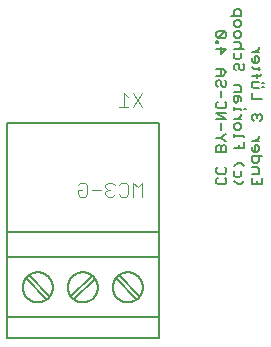
<source format=gbo>
G75*
%MOIN*%
%OFA0B0*%
%FSLAX25Y25*%
%IPPOS*%
%LPD*%
%AMOC8*
5,1,8,0,0,1.08239X$1,22.5*
%
%ADD10C,0.00600*%
%ADD11C,0.00500*%
%ADD12C,0.00400*%
D10*
X0174139Y0052971D02*
X0174139Y0054084D01*
X0174695Y0054641D01*
X0174695Y0056039D02*
X0174139Y0056596D01*
X0174139Y0057709D01*
X0174695Y0058266D01*
X0174695Y0056039D02*
X0176922Y0056039D01*
X0177478Y0056596D01*
X0177478Y0057709D01*
X0176922Y0058266D01*
X0180044Y0058456D02*
X0181157Y0059569D01*
X0182271Y0059569D01*
X0183384Y0058456D01*
X0182271Y0057058D02*
X0182271Y0055388D01*
X0181714Y0054831D01*
X0180601Y0054831D01*
X0180044Y0055388D01*
X0180044Y0057058D01*
X0180044Y0053528D02*
X0181157Y0052414D01*
X0182271Y0052414D01*
X0183384Y0053528D01*
X0185950Y0054641D02*
X0185950Y0052414D01*
X0189289Y0052414D01*
X0189289Y0054641D01*
X0188176Y0056039D02*
X0188176Y0057709D01*
X0187620Y0058266D01*
X0185950Y0058266D01*
X0186506Y0059665D02*
X0185950Y0060221D01*
X0185950Y0061891D01*
X0189289Y0061891D01*
X0188176Y0061891D02*
X0188176Y0060221D01*
X0187620Y0059665D01*
X0186506Y0059665D01*
X0186506Y0063290D02*
X0185950Y0063846D01*
X0185950Y0064960D01*
X0187063Y0065516D02*
X0187063Y0063290D01*
X0187620Y0063290D02*
X0188176Y0063846D01*
X0188176Y0064960D01*
X0187620Y0065516D01*
X0187063Y0065516D01*
X0187063Y0066915D02*
X0188176Y0068028D01*
X0188176Y0068585D01*
X0188176Y0066915D02*
X0185950Y0066915D01*
X0183384Y0066725D02*
X0183384Y0064498D01*
X0180044Y0064498D01*
X0181714Y0064498D02*
X0181714Y0065611D01*
X0180044Y0068123D02*
X0180044Y0069236D01*
X0180044Y0068680D02*
X0183384Y0068680D01*
X0183384Y0068123D01*
X0181714Y0070540D02*
X0180601Y0070540D01*
X0180044Y0071097D01*
X0180044Y0072210D01*
X0180601Y0072766D01*
X0181714Y0072766D01*
X0182271Y0072210D01*
X0182271Y0071097D01*
X0181714Y0070540D01*
X0182271Y0074165D02*
X0180044Y0074165D01*
X0181157Y0074165D02*
X0182271Y0075278D01*
X0182271Y0075835D01*
X0182271Y0077186D02*
X0182271Y0077743D01*
X0180044Y0077743D01*
X0180044Y0078299D02*
X0180044Y0077186D01*
X0180601Y0079603D02*
X0181157Y0080159D01*
X0181157Y0081829D01*
X0181714Y0081829D02*
X0180044Y0081829D01*
X0180044Y0080159D01*
X0180601Y0079603D01*
X0182271Y0080159D02*
X0182271Y0081273D01*
X0181714Y0081829D01*
X0182271Y0083228D02*
X0182271Y0084898D01*
X0181714Y0085454D01*
X0180044Y0085454D01*
X0180044Y0083228D02*
X0182271Y0083228D01*
X0185950Y0083038D02*
X0185950Y0080811D01*
X0189289Y0080811D01*
X0188176Y0084436D02*
X0186506Y0084436D01*
X0185950Y0084993D01*
X0185950Y0086663D01*
X0188176Y0086663D01*
X0189289Y0086106D02*
X0189846Y0086106D01*
X0189846Y0084993D02*
X0189289Y0084993D01*
X0187620Y0088061D02*
X0187620Y0089175D01*
X0188733Y0088618D02*
X0185950Y0088618D01*
X0186506Y0091035D02*
X0185950Y0091591D01*
X0186506Y0091035D02*
X0188733Y0091035D01*
X0188176Y0090478D02*
X0188176Y0091591D01*
X0187620Y0092895D02*
X0188176Y0093452D01*
X0188176Y0094565D01*
X0187620Y0095121D01*
X0187063Y0095121D01*
X0187063Y0092895D01*
X0186506Y0092895D02*
X0187620Y0092895D01*
X0186506Y0092895D02*
X0185950Y0093452D01*
X0185950Y0094565D01*
X0185950Y0096520D02*
X0188176Y0096520D01*
X0187063Y0096520D02*
X0188176Y0097633D01*
X0188176Y0098190D01*
X0183384Y0097728D02*
X0180044Y0097728D01*
X0180044Y0096330D02*
X0180044Y0094660D01*
X0180601Y0094103D01*
X0181714Y0094103D01*
X0182271Y0094660D01*
X0182271Y0096330D01*
X0181714Y0097728D02*
X0182271Y0098285D01*
X0182271Y0099398D01*
X0181714Y0099955D01*
X0180044Y0099955D01*
X0180601Y0101354D02*
X0180044Y0101910D01*
X0180044Y0103023D01*
X0180601Y0103580D01*
X0181714Y0103580D01*
X0182271Y0103023D01*
X0182271Y0101910D01*
X0181714Y0101354D01*
X0180601Y0101354D01*
X0177478Y0101910D02*
X0177478Y0103023D01*
X0176922Y0103580D01*
X0174695Y0101354D01*
X0174139Y0101910D01*
X0174139Y0103023D01*
X0174695Y0103580D01*
X0176922Y0103580D01*
X0177478Y0101910D02*
X0176922Y0101354D01*
X0174695Y0101354D01*
X0174695Y0100098D02*
X0174139Y0100098D01*
X0174139Y0099541D01*
X0174695Y0099541D01*
X0174695Y0100098D01*
X0175809Y0098142D02*
X0175809Y0095916D01*
X0177478Y0097586D01*
X0174139Y0097586D01*
X0180044Y0092148D02*
X0180044Y0091035D01*
X0180601Y0090478D01*
X0181714Y0091035D02*
X0181714Y0092148D01*
X0181157Y0092705D01*
X0180601Y0092705D01*
X0180044Y0092148D01*
X0181714Y0091035D02*
X0182271Y0090478D01*
X0182827Y0090478D01*
X0183384Y0091035D01*
X0183384Y0092148D01*
X0182827Y0092705D01*
X0177478Y0089779D02*
X0176365Y0090892D01*
X0174139Y0090892D01*
X0175809Y0090892D02*
X0175809Y0088666D01*
X0176365Y0088666D02*
X0177478Y0089779D01*
X0176365Y0088666D02*
X0174139Y0088666D01*
X0174695Y0087267D02*
X0174139Y0086710D01*
X0174139Y0085597D01*
X0174695Y0085040D01*
X0175809Y0085597D02*
X0175809Y0086710D01*
X0175252Y0087267D01*
X0174695Y0087267D01*
X0175809Y0085597D02*
X0176365Y0085040D01*
X0176922Y0085040D01*
X0177478Y0085597D01*
X0177478Y0086710D01*
X0176922Y0087267D01*
X0175809Y0083642D02*
X0175809Y0081415D01*
X0176922Y0080017D02*
X0177478Y0079460D01*
X0177478Y0078347D01*
X0176922Y0077790D01*
X0174695Y0077790D01*
X0174139Y0078347D01*
X0174139Y0079460D01*
X0174695Y0080017D01*
X0174139Y0076392D02*
X0177478Y0076392D01*
X0177478Y0074165D02*
X0174139Y0076392D01*
X0174139Y0074165D02*
X0177478Y0074165D01*
X0175809Y0072766D02*
X0175809Y0070540D01*
X0176922Y0069141D02*
X0177478Y0069141D01*
X0176922Y0069141D02*
X0175809Y0068028D01*
X0174139Y0068028D01*
X0175809Y0068028D02*
X0176922Y0066915D01*
X0177478Y0066915D01*
X0176922Y0065516D02*
X0176365Y0065516D01*
X0175809Y0064960D01*
X0175809Y0063290D01*
X0177478Y0063290D02*
X0177478Y0064960D01*
X0176922Y0065516D01*
X0175809Y0064960D02*
X0175252Y0065516D01*
X0174695Y0065516D01*
X0174139Y0064960D01*
X0174139Y0063290D01*
X0177478Y0063290D01*
X0185950Y0056039D02*
X0188176Y0056039D01*
X0187620Y0053528D02*
X0187620Y0052414D01*
X0177478Y0052971D02*
X0176922Y0052414D01*
X0174695Y0052414D01*
X0174139Y0052971D01*
X0176922Y0054641D02*
X0177478Y0054084D01*
X0177478Y0052971D01*
X0186506Y0063290D02*
X0187620Y0063290D01*
X0188733Y0073561D02*
X0189289Y0074118D01*
X0189289Y0075231D01*
X0188733Y0075787D01*
X0188176Y0075787D01*
X0187620Y0075231D01*
X0187063Y0075787D01*
X0186506Y0075787D01*
X0185950Y0075231D01*
X0185950Y0074118D01*
X0186506Y0073561D01*
X0187620Y0074674D02*
X0187620Y0075231D01*
X0183941Y0077743D02*
X0183384Y0077743D01*
X0188733Y0088618D02*
X0189289Y0089175D01*
X0181714Y0104979D02*
X0180601Y0104979D01*
X0180044Y0105535D01*
X0180044Y0106649D01*
X0180601Y0107205D01*
X0181714Y0107205D01*
X0182271Y0106649D01*
X0182271Y0105535D01*
X0181714Y0104979D01*
X0182271Y0108604D02*
X0178931Y0108604D01*
X0180044Y0108604D02*
X0180044Y0110274D01*
X0180601Y0110830D01*
X0181714Y0110830D01*
X0182271Y0110274D01*
X0182271Y0108604D01*
D11*
X0104390Y0008124D02*
X0104390Y0001250D01*
X0154822Y0001250D01*
X0154822Y0008124D01*
X0104390Y0008124D01*
X0104390Y0028209D01*
X0154822Y0028209D01*
X0154822Y0008124D01*
X0148487Y0015179D02*
X0141687Y0022179D01*
X0140587Y0021179D02*
X0147387Y0014179D01*
X0139587Y0018179D02*
X0139589Y0018320D01*
X0139595Y0018461D01*
X0139605Y0018601D01*
X0139619Y0018741D01*
X0139637Y0018881D01*
X0139658Y0019020D01*
X0139684Y0019159D01*
X0139713Y0019297D01*
X0139747Y0019433D01*
X0139784Y0019569D01*
X0139825Y0019704D01*
X0139870Y0019838D01*
X0139919Y0019970D01*
X0139971Y0020101D01*
X0140027Y0020230D01*
X0140087Y0020357D01*
X0140150Y0020483D01*
X0140216Y0020607D01*
X0140287Y0020730D01*
X0140360Y0020850D01*
X0140437Y0020968D01*
X0140517Y0021084D01*
X0140601Y0021197D01*
X0140687Y0021308D01*
X0140777Y0021417D01*
X0140870Y0021523D01*
X0140965Y0021626D01*
X0141064Y0021727D01*
X0141165Y0021825D01*
X0141269Y0021920D01*
X0141376Y0022012D01*
X0141485Y0022101D01*
X0141597Y0022186D01*
X0141711Y0022269D01*
X0141827Y0022349D01*
X0141946Y0022425D01*
X0142067Y0022497D01*
X0142189Y0022567D01*
X0142314Y0022632D01*
X0142440Y0022695D01*
X0142568Y0022753D01*
X0142698Y0022808D01*
X0142829Y0022860D01*
X0142962Y0022907D01*
X0143096Y0022951D01*
X0143231Y0022992D01*
X0143367Y0023028D01*
X0143504Y0023060D01*
X0143642Y0023089D01*
X0143780Y0023114D01*
X0143920Y0023134D01*
X0144060Y0023151D01*
X0144200Y0023164D01*
X0144341Y0023173D01*
X0144481Y0023178D01*
X0144622Y0023179D01*
X0144763Y0023176D01*
X0144904Y0023169D01*
X0145044Y0023158D01*
X0145184Y0023143D01*
X0145324Y0023124D01*
X0145463Y0023102D01*
X0145601Y0023075D01*
X0145739Y0023045D01*
X0145875Y0023010D01*
X0146011Y0022972D01*
X0146145Y0022930D01*
X0146279Y0022884D01*
X0146411Y0022835D01*
X0146541Y0022781D01*
X0146670Y0022724D01*
X0146797Y0022664D01*
X0146923Y0022600D01*
X0147046Y0022532D01*
X0147168Y0022461D01*
X0147288Y0022387D01*
X0147405Y0022309D01*
X0147520Y0022228D01*
X0147633Y0022144D01*
X0147744Y0022057D01*
X0147852Y0021966D01*
X0147957Y0021873D01*
X0148060Y0021776D01*
X0148160Y0021677D01*
X0148257Y0021575D01*
X0148351Y0021470D01*
X0148442Y0021363D01*
X0148530Y0021253D01*
X0148615Y0021141D01*
X0148697Y0021026D01*
X0148776Y0020909D01*
X0148851Y0020790D01*
X0148923Y0020669D01*
X0148991Y0020546D01*
X0149056Y0020421D01*
X0149118Y0020294D01*
X0149175Y0020165D01*
X0149230Y0020035D01*
X0149280Y0019904D01*
X0149327Y0019771D01*
X0149370Y0019637D01*
X0149409Y0019501D01*
X0149444Y0019365D01*
X0149476Y0019228D01*
X0149503Y0019090D01*
X0149527Y0018951D01*
X0149547Y0018811D01*
X0149563Y0018671D01*
X0149575Y0018531D01*
X0149583Y0018390D01*
X0149587Y0018249D01*
X0149587Y0018109D01*
X0149583Y0017968D01*
X0149575Y0017827D01*
X0149563Y0017687D01*
X0149547Y0017547D01*
X0149527Y0017407D01*
X0149503Y0017268D01*
X0149476Y0017130D01*
X0149444Y0016993D01*
X0149409Y0016857D01*
X0149370Y0016721D01*
X0149327Y0016587D01*
X0149280Y0016454D01*
X0149230Y0016323D01*
X0149175Y0016193D01*
X0149118Y0016064D01*
X0149056Y0015937D01*
X0148991Y0015812D01*
X0148923Y0015689D01*
X0148851Y0015568D01*
X0148776Y0015449D01*
X0148697Y0015332D01*
X0148615Y0015217D01*
X0148530Y0015105D01*
X0148442Y0014995D01*
X0148351Y0014888D01*
X0148257Y0014783D01*
X0148160Y0014681D01*
X0148060Y0014582D01*
X0147957Y0014485D01*
X0147852Y0014392D01*
X0147744Y0014301D01*
X0147633Y0014214D01*
X0147520Y0014130D01*
X0147405Y0014049D01*
X0147288Y0013971D01*
X0147168Y0013897D01*
X0147046Y0013826D01*
X0146923Y0013758D01*
X0146797Y0013694D01*
X0146670Y0013634D01*
X0146541Y0013577D01*
X0146411Y0013523D01*
X0146279Y0013474D01*
X0146145Y0013428D01*
X0146011Y0013386D01*
X0145875Y0013348D01*
X0145739Y0013313D01*
X0145601Y0013283D01*
X0145463Y0013256D01*
X0145324Y0013234D01*
X0145184Y0013215D01*
X0145044Y0013200D01*
X0144904Y0013189D01*
X0144763Y0013182D01*
X0144622Y0013179D01*
X0144481Y0013180D01*
X0144341Y0013185D01*
X0144200Y0013194D01*
X0144060Y0013207D01*
X0143920Y0013224D01*
X0143780Y0013244D01*
X0143642Y0013269D01*
X0143504Y0013298D01*
X0143367Y0013330D01*
X0143231Y0013366D01*
X0143096Y0013407D01*
X0142962Y0013451D01*
X0142829Y0013498D01*
X0142698Y0013550D01*
X0142568Y0013605D01*
X0142440Y0013663D01*
X0142314Y0013726D01*
X0142189Y0013791D01*
X0142067Y0013861D01*
X0141946Y0013933D01*
X0141827Y0014009D01*
X0141711Y0014089D01*
X0141597Y0014172D01*
X0141485Y0014257D01*
X0141376Y0014346D01*
X0141269Y0014438D01*
X0141165Y0014533D01*
X0141064Y0014631D01*
X0140965Y0014732D01*
X0140870Y0014835D01*
X0140777Y0014941D01*
X0140687Y0015050D01*
X0140601Y0015161D01*
X0140517Y0015274D01*
X0140437Y0015390D01*
X0140360Y0015508D01*
X0140287Y0015628D01*
X0140216Y0015751D01*
X0140150Y0015875D01*
X0140087Y0016001D01*
X0140027Y0016128D01*
X0139971Y0016257D01*
X0139919Y0016388D01*
X0139870Y0016520D01*
X0139825Y0016654D01*
X0139784Y0016789D01*
X0139747Y0016925D01*
X0139713Y0017061D01*
X0139684Y0017199D01*
X0139658Y0017338D01*
X0139637Y0017477D01*
X0139619Y0017617D01*
X0139605Y0017757D01*
X0139595Y0017897D01*
X0139589Y0018038D01*
X0139587Y0018179D01*
X0133787Y0020979D02*
X0126587Y0014279D01*
X0125587Y0015379D02*
X0132687Y0021879D01*
X0124587Y0018179D02*
X0124589Y0018320D01*
X0124595Y0018461D01*
X0124605Y0018601D01*
X0124619Y0018741D01*
X0124637Y0018881D01*
X0124658Y0019020D01*
X0124684Y0019159D01*
X0124713Y0019297D01*
X0124747Y0019433D01*
X0124784Y0019569D01*
X0124825Y0019704D01*
X0124870Y0019838D01*
X0124919Y0019970D01*
X0124971Y0020101D01*
X0125027Y0020230D01*
X0125087Y0020357D01*
X0125150Y0020483D01*
X0125216Y0020607D01*
X0125287Y0020730D01*
X0125360Y0020850D01*
X0125437Y0020968D01*
X0125517Y0021084D01*
X0125601Y0021197D01*
X0125687Y0021308D01*
X0125777Y0021417D01*
X0125870Y0021523D01*
X0125965Y0021626D01*
X0126064Y0021727D01*
X0126165Y0021825D01*
X0126269Y0021920D01*
X0126376Y0022012D01*
X0126485Y0022101D01*
X0126597Y0022186D01*
X0126711Y0022269D01*
X0126827Y0022349D01*
X0126946Y0022425D01*
X0127067Y0022497D01*
X0127189Y0022567D01*
X0127314Y0022632D01*
X0127440Y0022695D01*
X0127568Y0022753D01*
X0127698Y0022808D01*
X0127829Y0022860D01*
X0127962Y0022907D01*
X0128096Y0022951D01*
X0128231Y0022992D01*
X0128367Y0023028D01*
X0128504Y0023060D01*
X0128642Y0023089D01*
X0128780Y0023114D01*
X0128920Y0023134D01*
X0129060Y0023151D01*
X0129200Y0023164D01*
X0129341Y0023173D01*
X0129481Y0023178D01*
X0129622Y0023179D01*
X0129763Y0023176D01*
X0129904Y0023169D01*
X0130044Y0023158D01*
X0130184Y0023143D01*
X0130324Y0023124D01*
X0130463Y0023102D01*
X0130601Y0023075D01*
X0130739Y0023045D01*
X0130875Y0023010D01*
X0131011Y0022972D01*
X0131145Y0022930D01*
X0131279Y0022884D01*
X0131411Y0022835D01*
X0131541Y0022781D01*
X0131670Y0022724D01*
X0131797Y0022664D01*
X0131923Y0022600D01*
X0132046Y0022532D01*
X0132168Y0022461D01*
X0132288Y0022387D01*
X0132405Y0022309D01*
X0132520Y0022228D01*
X0132633Y0022144D01*
X0132744Y0022057D01*
X0132852Y0021966D01*
X0132957Y0021873D01*
X0133060Y0021776D01*
X0133160Y0021677D01*
X0133257Y0021575D01*
X0133351Y0021470D01*
X0133442Y0021363D01*
X0133530Y0021253D01*
X0133615Y0021141D01*
X0133697Y0021026D01*
X0133776Y0020909D01*
X0133851Y0020790D01*
X0133923Y0020669D01*
X0133991Y0020546D01*
X0134056Y0020421D01*
X0134118Y0020294D01*
X0134175Y0020165D01*
X0134230Y0020035D01*
X0134280Y0019904D01*
X0134327Y0019771D01*
X0134370Y0019637D01*
X0134409Y0019501D01*
X0134444Y0019365D01*
X0134476Y0019228D01*
X0134503Y0019090D01*
X0134527Y0018951D01*
X0134547Y0018811D01*
X0134563Y0018671D01*
X0134575Y0018531D01*
X0134583Y0018390D01*
X0134587Y0018249D01*
X0134587Y0018109D01*
X0134583Y0017968D01*
X0134575Y0017827D01*
X0134563Y0017687D01*
X0134547Y0017547D01*
X0134527Y0017407D01*
X0134503Y0017268D01*
X0134476Y0017130D01*
X0134444Y0016993D01*
X0134409Y0016857D01*
X0134370Y0016721D01*
X0134327Y0016587D01*
X0134280Y0016454D01*
X0134230Y0016323D01*
X0134175Y0016193D01*
X0134118Y0016064D01*
X0134056Y0015937D01*
X0133991Y0015812D01*
X0133923Y0015689D01*
X0133851Y0015568D01*
X0133776Y0015449D01*
X0133697Y0015332D01*
X0133615Y0015217D01*
X0133530Y0015105D01*
X0133442Y0014995D01*
X0133351Y0014888D01*
X0133257Y0014783D01*
X0133160Y0014681D01*
X0133060Y0014582D01*
X0132957Y0014485D01*
X0132852Y0014392D01*
X0132744Y0014301D01*
X0132633Y0014214D01*
X0132520Y0014130D01*
X0132405Y0014049D01*
X0132288Y0013971D01*
X0132168Y0013897D01*
X0132046Y0013826D01*
X0131923Y0013758D01*
X0131797Y0013694D01*
X0131670Y0013634D01*
X0131541Y0013577D01*
X0131411Y0013523D01*
X0131279Y0013474D01*
X0131145Y0013428D01*
X0131011Y0013386D01*
X0130875Y0013348D01*
X0130739Y0013313D01*
X0130601Y0013283D01*
X0130463Y0013256D01*
X0130324Y0013234D01*
X0130184Y0013215D01*
X0130044Y0013200D01*
X0129904Y0013189D01*
X0129763Y0013182D01*
X0129622Y0013179D01*
X0129481Y0013180D01*
X0129341Y0013185D01*
X0129200Y0013194D01*
X0129060Y0013207D01*
X0128920Y0013224D01*
X0128780Y0013244D01*
X0128642Y0013269D01*
X0128504Y0013298D01*
X0128367Y0013330D01*
X0128231Y0013366D01*
X0128096Y0013407D01*
X0127962Y0013451D01*
X0127829Y0013498D01*
X0127698Y0013550D01*
X0127568Y0013605D01*
X0127440Y0013663D01*
X0127314Y0013726D01*
X0127189Y0013791D01*
X0127067Y0013861D01*
X0126946Y0013933D01*
X0126827Y0014009D01*
X0126711Y0014089D01*
X0126597Y0014172D01*
X0126485Y0014257D01*
X0126376Y0014346D01*
X0126269Y0014438D01*
X0126165Y0014533D01*
X0126064Y0014631D01*
X0125965Y0014732D01*
X0125870Y0014835D01*
X0125777Y0014941D01*
X0125687Y0015050D01*
X0125601Y0015161D01*
X0125517Y0015274D01*
X0125437Y0015390D01*
X0125360Y0015508D01*
X0125287Y0015628D01*
X0125216Y0015751D01*
X0125150Y0015875D01*
X0125087Y0016001D01*
X0125027Y0016128D01*
X0124971Y0016257D01*
X0124919Y0016388D01*
X0124870Y0016520D01*
X0124825Y0016654D01*
X0124784Y0016789D01*
X0124747Y0016925D01*
X0124713Y0017061D01*
X0124684Y0017199D01*
X0124658Y0017338D01*
X0124637Y0017477D01*
X0124619Y0017617D01*
X0124605Y0017757D01*
X0124595Y0017897D01*
X0124589Y0018038D01*
X0124587Y0018179D01*
X0118487Y0015179D02*
X0111687Y0022179D01*
X0110587Y0021179D02*
X0117387Y0014179D01*
X0109587Y0018179D02*
X0109589Y0018320D01*
X0109595Y0018461D01*
X0109605Y0018601D01*
X0109619Y0018741D01*
X0109637Y0018881D01*
X0109658Y0019020D01*
X0109684Y0019159D01*
X0109713Y0019297D01*
X0109747Y0019433D01*
X0109784Y0019569D01*
X0109825Y0019704D01*
X0109870Y0019838D01*
X0109919Y0019970D01*
X0109971Y0020101D01*
X0110027Y0020230D01*
X0110087Y0020357D01*
X0110150Y0020483D01*
X0110216Y0020607D01*
X0110287Y0020730D01*
X0110360Y0020850D01*
X0110437Y0020968D01*
X0110517Y0021084D01*
X0110601Y0021197D01*
X0110687Y0021308D01*
X0110777Y0021417D01*
X0110870Y0021523D01*
X0110965Y0021626D01*
X0111064Y0021727D01*
X0111165Y0021825D01*
X0111269Y0021920D01*
X0111376Y0022012D01*
X0111485Y0022101D01*
X0111597Y0022186D01*
X0111711Y0022269D01*
X0111827Y0022349D01*
X0111946Y0022425D01*
X0112067Y0022497D01*
X0112189Y0022567D01*
X0112314Y0022632D01*
X0112440Y0022695D01*
X0112568Y0022753D01*
X0112698Y0022808D01*
X0112829Y0022860D01*
X0112962Y0022907D01*
X0113096Y0022951D01*
X0113231Y0022992D01*
X0113367Y0023028D01*
X0113504Y0023060D01*
X0113642Y0023089D01*
X0113780Y0023114D01*
X0113920Y0023134D01*
X0114060Y0023151D01*
X0114200Y0023164D01*
X0114341Y0023173D01*
X0114481Y0023178D01*
X0114622Y0023179D01*
X0114763Y0023176D01*
X0114904Y0023169D01*
X0115044Y0023158D01*
X0115184Y0023143D01*
X0115324Y0023124D01*
X0115463Y0023102D01*
X0115601Y0023075D01*
X0115739Y0023045D01*
X0115875Y0023010D01*
X0116011Y0022972D01*
X0116145Y0022930D01*
X0116279Y0022884D01*
X0116411Y0022835D01*
X0116541Y0022781D01*
X0116670Y0022724D01*
X0116797Y0022664D01*
X0116923Y0022600D01*
X0117046Y0022532D01*
X0117168Y0022461D01*
X0117288Y0022387D01*
X0117405Y0022309D01*
X0117520Y0022228D01*
X0117633Y0022144D01*
X0117744Y0022057D01*
X0117852Y0021966D01*
X0117957Y0021873D01*
X0118060Y0021776D01*
X0118160Y0021677D01*
X0118257Y0021575D01*
X0118351Y0021470D01*
X0118442Y0021363D01*
X0118530Y0021253D01*
X0118615Y0021141D01*
X0118697Y0021026D01*
X0118776Y0020909D01*
X0118851Y0020790D01*
X0118923Y0020669D01*
X0118991Y0020546D01*
X0119056Y0020421D01*
X0119118Y0020294D01*
X0119175Y0020165D01*
X0119230Y0020035D01*
X0119280Y0019904D01*
X0119327Y0019771D01*
X0119370Y0019637D01*
X0119409Y0019501D01*
X0119444Y0019365D01*
X0119476Y0019228D01*
X0119503Y0019090D01*
X0119527Y0018951D01*
X0119547Y0018811D01*
X0119563Y0018671D01*
X0119575Y0018531D01*
X0119583Y0018390D01*
X0119587Y0018249D01*
X0119587Y0018109D01*
X0119583Y0017968D01*
X0119575Y0017827D01*
X0119563Y0017687D01*
X0119547Y0017547D01*
X0119527Y0017407D01*
X0119503Y0017268D01*
X0119476Y0017130D01*
X0119444Y0016993D01*
X0119409Y0016857D01*
X0119370Y0016721D01*
X0119327Y0016587D01*
X0119280Y0016454D01*
X0119230Y0016323D01*
X0119175Y0016193D01*
X0119118Y0016064D01*
X0119056Y0015937D01*
X0118991Y0015812D01*
X0118923Y0015689D01*
X0118851Y0015568D01*
X0118776Y0015449D01*
X0118697Y0015332D01*
X0118615Y0015217D01*
X0118530Y0015105D01*
X0118442Y0014995D01*
X0118351Y0014888D01*
X0118257Y0014783D01*
X0118160Y0014681D01*
X0118060Y0014582D01*
X0117957Y0014485D01*
X0117852Y0014392D01*
X0117744Y0014301D01*
X0117633Y0014214D01*
X0117520Y0014130D01*
X0117405Y0014049D01*
X0117288Y0013971D01*
X0117168Y0013897D01*
X0117046Y0013826D01*
X0116923Y0013758D01*
X0116797Y0013694D01*
X0116670Y0013634D01*
X0116541Y0013577D01*
X0116411Y0013523D01*
X0116279Y0013474D01*
X0116145Y0013428D01*
X0116011Y0013386D01*
X0115875Y0013348D01*
X0115739Y0013313D01*
X0115601Y0013283D01*
X0115463Y0013256D01*
X0115324Y0013234D01*
X0115184Y0013215D01*
X0115044Y0013200D01*
X0114904Y0013189D01*
X0114763Y0013182D01*
X0114622Y0013179D01*
X0114481Y0013180D01*
X0114341Y0013185D01*
X0114200Y0013194D01*
X0114060Y0013207D01*
X0113920Y0013224D01*
X0113780Y0013244D01*
X0113642Y0013269D01*
X0113504Y0013298D01*
X0113367Y0013330D01*
X0113231Y0013366D01*
X0113096Y0013407D01*
X0112962Y0013451D01*
X0112829Y0013498D01*
X0112698Y0013550D01*
X0112568Y0013605D01*
X0112440Y0013663D01*
X0112314Y0013726D01*
X0112189Y0013791D01*
X0112067Y0013861D01*
X0111946Y0013933D01*
X0111827Y0014009D01*
X0111711Y0014089D01*
X0111597Y0014172D01*
X0111485Y0014257D01*
X0111376Y0014346D01*
X0111269Y0014438D01*
X0111165Y0014533D01*
X0111064Y0014631D01*
X0110965Y0014732D01*
X0110870Y0014835D01*
X0110777Y0014941D01*
X0110687Y0015050D01*
X0110601Y0015161D01*
X0110517Y0015274D01*
X0110437Y0015390D01*
X0110360Y0015508D01*
X0110287Y0015628D01*
X0110216Y0015751D01*
X0110150Y0015875D01*
X0110087Y0016001D01*
X0110027Y0016128D01*
X0109971Y0016257D01*
X0109919Y0016388D01*
X0109870Y0016520D01*
X0109825Y0016654D01*
X0109784Y0016789D01*
X0109747Y0016925D01*
X0109713Y0017061D01*
X0109684Y0017199D01*
X0109658Y0017338D01*
X0109637Y0017477D01*
X0109619Y0017617D01*
X0109605Y0017757D01*
X0109595Y0017897D01*
X0109589Y0018038D01*
X0109587Y0018179D01*
X0104390Y0028209D02*
X0104390Y0036683D01*
X0104390Y0072903D01*
X0154822Y0072903D01*
X0154822Y0036683D01*
X0154822Y0028209D01*
X0154822Y0036683D02*
X0104390Y0036683D01*
D12*
X0127902Y0049146D02*
X0127902Y0050681D01*
X0129436Y0050681D01*
X0127902Y0049146D02*
X0128669Y0048379D01*
X0130204Y0048379D01*
X0130971Y0049146D01*
X0130971Y0052216D01*
X0130204Y0052983D01*
X0128669Y0052983D01*
X0127902Y0052216D01*
X0132506Y0050681D02*
X0135575Y0050681D01*
X0137109Y0049914D02*
X0137109Y0049146D01*
X0137877Y0048379D01*
X0139411Y0048379D01*
X0140179Y0049146D01*
X0141713Y0049146D02*
X0142481Y0048379D01*
X0144015Y0048379D01*
X0144783Y0049146D01*
X0144783Y0052216D01*
X0144015Y0052983D01*
X0142481Y0052983D01*
X0141713Y0052216D01*
X0140179Y0052216D02*
X0139411Y0052983D01*
X0137877Y0052983D01*
X0137109Y0052216D01*
X0137109Y0051448D01*
X0137877Y0050681D01*
X0137109Y0049914D01*
X0137877Y0050681D02*
X0138644Y0050681D01*
X0146317Y0052983D02*
X0146317Y0048379D01*
X0149387Y0048379D02*
X0149387Y0052983D01*
X0147852Y0051448D01*
X0146317Y0052983D01*
X0146317Y0078379D02*
X0149387Y0082983D01*
X0146317Y0082983D02*
X0149387Y0078379D01*
X0144783Y0078379D02*
X0141713Y0078379D01*
X0143248Y0078379D02*
X0143248Y0082983D01*
X0144783Y0081448D01*
M02*

</source>
